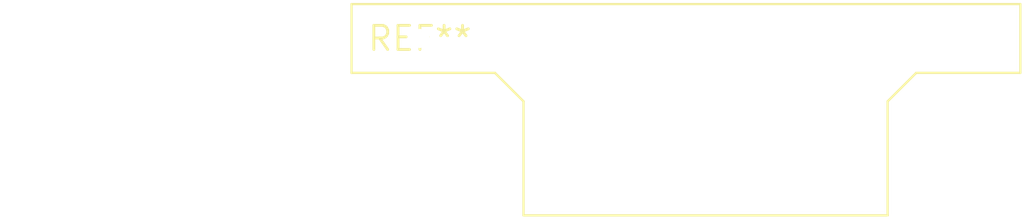
<source format=kicad_pcb>
(kicad_pcb (version 20240108) (generator pcbnew)
  (layers (0 "F.Cu" signal) (31 "B.Cu" signal) (34 "B.Paste" user) (35 "F.Paste" user) (36 "B.SilkS" user "B.Silkscreen") (37 "F.SilkS" user "F.Silkscreen") (38 "B.Mask" user) (39 "F.Mask" user) (44 "Edge.Cuts" user))
  (net 0 "")
  (footprint "Converter_ACDC_CUI_PBO-3-Sxx_THT_Vertical" (layer "F.Cu") (at 0 0)
    (property "Reference" "REF**")
    (property "Value" "Converter_ACDC_CUI_PBO-3-Sxx_THT_Vertical")
    (fp_line (start -3.59 -1.81) (end 31.53 -1.81) (layer "F.SilkS") (stroke (width 0.12)))
    (fp_line (start -3.59 1.81) (end -3.59 -1.81) (layer "F.SilkS") (stroke (width 0.12)))
    (fp_line (start 3.94 1.81) (end -3.59 1.81) (layer "F.SilkS") (stroke (width 0.12)))
    (fp_line (start 5.44 3.31) (end 3.94 1.81) (layer "F.SilkS") (stroke (width 0.12)))
    (fp_line (start 5.44 9.31) (end 5.44 3.31) (layer "F.SilkS") (stroke (width 0.12)))
    (fp_line (start 24.56 3.31) (end 24.56 9.31) (layer "F.SilkS") (stroke (width 0.12)))
    (fp_line (start 24.56 9.31) (end 5.44 9.31) (layer "F.SilkS") (stroke (width 0.12)))
    (fp_line (start 26.06 1.81) (end 24.56 3.31) (layer "F.SilkS") (stroke (width 0.12)))
    (fp_line (start 31.53 -1.81) (end 31.53 1.81) (layer "F.SilkS") (stroke (width 0.12)))
    (fp_line (start 31.53 1.81) (end 26.06 1.81) (layer "F.SilkS") (stroke (width 0.12)))
    (pad "1" thru_hole rect (at 0 0) (size 2 2) (drill 1) (layers *.Cu *.Mask) (remove_unused_layers))
    (pad "3" thru_hole circle (at 5.08 0) (size 2 2) (drill 1) (layers *.Cu *.Mask) (remove_unused_layers))
    (pad "5" thru_hole circle (at 10.16 0) (size 2 2) (drill 1) (layers *.Cu *.Mask) (remove_unused_layers))
    (pad "7" thru_hole circle (at 15.24 0) (size 2 2) (drill 1) (layers *.Cu *.Mask) (remove_unused_layers))
    (pad "10" thru_hole circle (at 22.86 0) (size 2 2) (drill 1) (layers *.Cu *.Mask) (remove_unused_layers))
    (pad "12" thru_hole circle (at 27.94 0) (size 2 2) (drill 1) (layers *.Cu *.Mask) (remove_unused_layers))
  )
)
</source>
